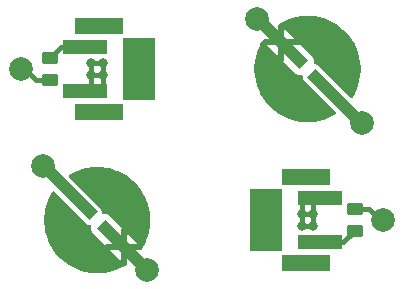
<source format=gbr>
%TF.GenerationSoftware,KiCad,Pcbnew,9.0.2*%
%TF.CreationDate,2025-08-01T19:14:33+01:00*%
%TF.ProjectId,led_jewellery,6c65645f-6a65-4776-956c-6c6572792e6b,rev?*%
%TF.SameCoordinates,Original*%
%TF.FileFunction,Copper,L1,Top*%
%TF.FilePolarity,Positive*%
%FSLAX46Y46*%
G04 Gerber Fmt 4.6, Leading zero omitted, Abs format (unit mm)*
G04 Created by KiCad (PCBNEW 9.0.2) date 2025-08-01 19:14:33*
%MOMM*%
%LPD*%
G01*
G04 APERTURE LIST*
G04 Aperture macros list*
%AMRoundRect*
0 Rectangle with rounded corners*
0 $1 Rounding radius*
0 $2 $3 $4 $5 $6 $7 $8 $9 X,Y pos of 4 corners*
0 Add a 4 corners polygon primitive as box body*
4,1,4,$2,$3,$4,$5,$6,$7,$8,$9,$2,$3,0*
0 Add four circle primitives for the rounded corners*
1,1,$1+$1,$2,$3*
1,1,$1+$1,$4,$5*
1,1,$1+$1,$6,$7*
1,1,$1+$1,$8,$9*
0 Add four rect primitives between the rounded corners*
20,1,$1+$1,$2,$3,$4,$5,0*
20,1,$1+$1,$4,$5,$6,$7,0*
20,1,$1+$1,$6,$7,$8,$9,0*
20,1,$1+$1,$8,$9,$2,$3,0*%
%AMRotRect*
0 Rectangle, with rotation*
0 The origin of the aperture is its center*
0 $1 length*
0 $2 width*
0 $3 Rotation angle, in degrees counterclockwise*
0 Add horizontal line*
21,1,$1,$2,0,0,$3*%
G04 Aperture macros list end*
%TA.AperFunction,SMDPad,CuDef*%
%ADD10R,3.760000X1.205000*%
%TD*%
%TA.AperFunction,SMDPad,CuDef*%
%ADD11R,4.190000X1.460000*%
%TD*%
%TA.AperFunction,SMDPad,CuDef*%
%ADD12R,2.790000X5.330000*%
%TD*%
%TA.AperFunction,SMDPad,CuDef*%
%ADD13RotRect,5.500000X1.000000X315.000000*%
%TD*%
%TA.AperFunction,SMDPad,CuDef*%
%ADD14RoundRect,0.250000X0.450000X-0.262500X0.450000X0.262500X-0.450000X0.262500X-0.450000X-0.262500X0*%
%TD*%
%TA.AperFunction,SMDPad,CuDef*%
%ADD15RoundRect,0.250000X-0.450000X0.262500X-0.450000X-0.262500X0.450000X-0.262500X0.450000X0.262500X0*%
%TD*%
%TA.AperFunction,SMDPad,CuDef*%
%ADD16RotRect,5.500000X1.000000X135.000000*%
%TD*%
%TA.AperFunction,ViaPad*%
%ADD17C,2.000000*%
%TD*%
%TA.AperFunction,ViaPad*%
%ADD18C,0.800000*%
%TD*%
%TA.AperFunction,Conductor*%
%ADD19C,0.400000*%
%TD*%
%TA.AperFunction,Conductor*%
%ADD20C,0.200000*%
%TD*%
G04 APERTURE END LIST*
D10*
%TO.P,SW1,1,A*%
%TO.N,/BAT+*%
X118552933Y-89326184D03*
%TO.P,SW1,2,B*%
%TO.N,Net-(SW1-B)*%
X118552933Y-93071184D03*
D11*
%TO.P,SW1,MP*%
%TO.N,N/C*%
X117372933Y-87548684D03*
D12*
X113957933Y-91198684D03*
D11*
X117372933Y-94848684D03*
%TD*%
D13*
%TO.P,D1,1,K*%
%TO.N,/BAT-*%
X115234991Y-76136042D03*
%TO.P,D1,2,A*%
%TO.N,/LED+*%
X119760475Y-80661526D03*
%TD*%
D14*
%TO.P,R1,1*%
%TO.N,Net-(SW1-B)*%
X121497933Y-92111184D03*
%TO.P,R1,2*%
%TO.N,/LED+*%
X121497933Y-90286184D03*
%TD*%
D15*
%TO.P,R1,1*%
%TO.N,Net-(SW1-B)*%
X95700101Y-77487500D03*
%TO.P,R1,2*%
%TO.N,/LED+*%
X95700101Y-79312500D03*
%TD*%
D16*
%TO.P,D1,1,K*%
%TO.N,/BAT-*%
X101963043Y-93462642D03*
%TO.P,D1,2,A*%
%TO.N,/LED+*%
X97437559Y-88937158D03*
%TD*%
D10*
%TO.P,SW1,1,A*%
%TO.N,/BAT+*%
X98645101Y-80272500D03*
%TO.P,SW1,2,B*%
%TO.N,Net-(SW1-B)*%
X98645101Y-76527500D03*
D11*
%TO.P,SW1,MP*%
%TO.N,N/C*%
X99825101Y-82050000D03*
D12*
X103240101Y-78400000D03*
D11*
X99825101Y-74750000D03*
%TD*%
D17*
%TO.N,/LED+*%
X93273101Y-78410755D03*
D18*
%TO.N,/BAT+*%
X117997933Y-90698684D03*
X117997933Y-91698684D03*
X116997933Y-91698684D03*
X116997933Y-90698684D03*
%TO.N,/BAT-*%
X119972607Y-75923910D03*
X115022859Y-80873658D03*
D17*
X113255093Y-74156143D03*
%TO.N,/LED+*%
X123924933Y-91198684D03*
X122110898Y-83011948D03*
X95087136Y-86586736D03*
%TO.N,/BAT-*%
X103942941Y-95442541D03*
D18*
X102175175Y-88725026D03*
X97225427Y-93674774D03*
%TO.N,/BAT+*%
X100200101Y-78900000D03*
X100200101Y-77900000D03*
X99200101Y-77900000D03*
X99200101Y-78900000D03*
%TD*%
D19*
%TO.N,/BAT+*%
X117997933Y-90698684D02*
X116997933Y-90698684D01*
X116997933Y-90698684D02*
X116997933Y-91698684D01*
X118747933Y-89448684D02*
X116997933Y-89448684D01*
X118997933Y-89698684D02*
X118747933Y-89448684D01*
X117997933Y-89698684D02*
X117997933Y-90698684D01*
X118552933Y-89326184D02*
X118370433Y-89326184D01*
X118370433Y-89326184D02*
X117997933Y-89698684D01*
X116997933Y-91698684D02*
X117997933Y-91698684D01*
X116997933Y-89448684D02*
X116997933Y-90698684D01*
X117997933Y-91698684D02*
X117997933Y-90698684D01*
%TO.N,/LED+*%
X123597933Y-91198684D02*
X123924933Y-91198684D01*
%TO.N,Net-(SW1-B)*%
X120537933Y-93071184D02*
X121497933Y-92111184D01*
%TO.N,/LED+*%
X122685433Y-90286184D02*
X123597933Y-91198684D01*
%TO.N,Net-(SW1-B)*%
X118552933Y-93071184D02*
X120537933Y-93071184D01*
D20*
%TO.N,/LED+*%
X118911947Y-79812997D02*
X120679714Y-81580764D01*
D19*
X121497933Y-90286184D02*
X122685433Y-90286184D01*
X95700101Y-79312500D02*
X94512601Y-79312500D01*
D20*
X98286087Y-89785687D02*
X96518320Y-88017920D01*
D19*
%TO.N,Net-(SW1-B)*%
X98645101Y-76527500D02*
X96660101Y-76527500D01*
%TO.N,/LED+*%
X94512601Y-79312500D02*
X93600101Y-78400000D01*
%TO.N,Net-(SW1-B)*%
X96660101Y-76527500D02*
X95700101Y-77487500D01*
%TO.N,/LED+*%
X93600101Y-78400000D02*
X93273101Y-78400000D01*
%TO.N,/BAT+*%
X99200101Y-77900000D02*
X99200101Y-78900000D01*
X100200101Y-80150000D02*
X100200101Y-78900000D01*
X100200101Y-77900000D02*
X99200101Y-77900000D01*
X98827601Y-80272500D02*
X99200101Y-79900000D01*
X98645101Y-80272500D02*
X98827601Y-80272500D01*
X99200101Y-79900000D02*
X99200101Y-78900000D01*
X98200101Y-79900000D02*
X98450101Y-80150000D01*
X98450101Y-80150000D02*
X100200101Y-80150000D01*
X100200101Y-78900000D02*
X100200101Y-77900000D01*
X99200101Y-78900000D02*
X100200101Y-78900000D01*
%TD*%
%TA.AperFunction,Conductor*%
%TO.N,/BAT-*%
G36*
X99901982Y-86704654D02*
G01*
X100282282Y-86737927D01*
X100292997Y-86739338D01*
X100668959Y-86805629D01*
X100679487Y-86807963D01*
X101048266Y-86906777D01*
X101058546Y-86910019D01*
X101417296Y-87040593D01*
X101427283Y-87044731D01*
X101773268Y-87206066D01*
X101782858Y-87211059D01*
X102113460Y-87401932D01*
X102122583Y-87407744D01*
X102435284Y-87626699D01*
X102443867Y-87633284D01*
X102736317Y-87878678D01*
X102744292Y-87885987D01*
X103014213Y-88155908D01*
X103021522Y-88163883D01*
X103266916Y-88456333D01*
X103273501Y-88464916D01*
X103492456Y-88777617D01*
X103498268Y-88786740D01*
X103689141Y-89117342D01*
X103694136Y-89126937D01*
X103855468Y-89472914D01*
X103859608Y-89482908D01*
X103990175Y-89841635D01*
X103993428Y-89851952D01*
X104092233Y-90220696D01*
X104094574Y-90231258D01*
X104160861Y-90607199D01*
X104162273Y-90617923D01*
X104195546Y-90998218D01*
X104196018Y-91009026D01*
X104196018Y-91390773D01*
X104195546Y-91401581D01*
X104162273Y-91781876D01*
X104160861Y-91792600D01*
X104094574Y-92168541D01*
X104092233Y-92179103D01*
X103993428Y-92547847D01*
X103990175Y-92558164D01*
X103859608Y-92916891D01*
X103855468Y-92926885D01*
X103694136Y-93272863D01*
X103689141Y-93282458D01*
X103561104Y-93504224D01*
X103561104Y-93504226D01*
X103495562Y-93617749D01*
X103429118Y-93712641D01*
X102213042Y-93712641D01*
X102213042Y-94928717D01*
X102118149Y-94995162D01*
X102004628Y-95060703D01*
X102004626Y-95060703D01*
X101782858Y-95188741D01*
X101773263Y-95193736D01*
X101427286Y-95355068D01*
X101417292Y-95359208D01*
X101058562Y-95489776D01*
X101048244Y-95493029D01*
X100679505Y-95591831D01*
X100668944Y-95594172D01*
X100293000Y-95660461D01*
X100282276Y-95661873D01*
X99938180Y-95691978D01*
X99901982Y-95695145D01*
X99891176Y-95695617D01*
X99509426Y-95695617D01*
X99498619Y-95695145D01*
X99458576Y-95691641D01*
X99118325Y-95661873D01*
X99107601Y-95660461D01*
X98731657Y-95594172D01*
X98721096Y-95591831D01*
X98352357Y-95493029D01*
X98342039Y-95489776D01*
X97983309Y-95359208D01*
X97973315Y-95355068D01*
X97627337Y-95193736D01*
X97617742Y-95188741D01*
X97287146Y-94997872D01*
X97278022Y-94992060D01*
X96965303Y-94773091D01*
X96956721Y-94766505D01*
X96664290Y-94521126D01*
X96656315Y-94513818D01*
X96386382Y-94243885D01*
X96379074Y-94235910D01*
X96133695Y-93943479D01*
X96127109Y-93934897D01*
X95971484Y-93712641D01*
X100798827Y-93712641D01*
X101713043Y-94626857D01*
X101713044Y-94626856D01*
X101713044Y-93712641D01*
X100798827Y-93712641D01*
X95971484Y-93712641D01*
X95908140Y-93622177D01*
X95902328Y-93613054D01*
X95888233Y-93588641D01*
X95711457Y-93282454D01*
X95706464Y-93272863D01*
X95704944Y-93269604D01*
X95545131Y-92926882D01*
X95540992Y-92916891D01*
X95410418Y-92558144D01*
X95407176Y-92547860D01*
X95308368Y-92179103D01*
X95306028Y-92168543D01*
X95301832Y-92144749D01*
X95239739Y-91792599D01*
X95238327Y-91781874D01*
X95205056Y-91401582D01*
X95204584Y-91390775D01*
X95204584Y-91009024D01*
X95205056Y-90998217D01*
X95238327Y-90617925D01*
X95239739Y-90607200D01*
X95239739Y-90607199D01*
X95306029Y-90231249D01*
X95308369Y-90220695D01*
X95407178Y-89851932D01*
X95410416Y-89841661D01*
X95540996Y-89482896D01*
X95545127Y-89472925D01*
X95706471Y-89126923D01*
X95711451Y-89117355D01*
X95888158Y-88811289D01*
X95938723Y-88763077D01*
X96007330Y-88749853D01*
X96072194Y-88775821D01*
X96083224Y-88785611D01*
X98804221Y-91506609D01*
X98804227Y-91506614D01*
X98859423Y-91547772D01*
X98941785Y-91576046D01*
X98970060Y-91585754D01*
X99057805Y-91585754D01*
X99124844Y-91605439D01*
X99170599Y-91658243D01*
X99180543Y-91727400D01*
X99159804Y-91871651D01*
X99180264Y-92013965D01*
X99180265Y-92013970D01*
X99239991Y-92144749D01*
X99277571Y-92191384D01*
X99277575Y-92191388D01*
X100364981Y-93278795D01*
X100384320Y-93270784D01*
X100384667Y-93269604D01*
X100437471Y-93223849D01*
X100488982Y-93212643D01*
X101713044Y-93212643D01*
X102213042Y-93212643D01*
X103127258Y-93212643D01*
X103127258Y-93212642D01*
X102213042Y-92298426D01*
X102213042Y-93212643D01*
X101713044Y-93212643D01*
X101713044Y-91988581D01*
X101732729Y-91921542D01*
X101768407Y-91890626D01*
X101779196Y-91864580D01*
X100691789Y-90777174D01*
X100691785Y-90777170D01*
X100645150Y-90739590D01*
X100514371Y-90679864D01*
X100514366Y-90679863D01*
X100372053Y-90659403D01*
X100227801Y-90680142D01*
X100158643Y-90670198D01*
X100105839Y-90624443D01*
X100086155Y-90557404D01*
X100086155Y-90469658D01*
X100070692Y-90424619D01*
X100048173Y-90359022D01*
X100007015Y-90303826D01*
X100007010Y-90303820D01*
X97286013Y-87582824D01*
X97252528Y-87521501D01*
X97257512Y-87451809D01*
X97299384Y-87395876D01*
X97311694Y-87387756D01*
X97617755Y-87211051D01*
X97627322Y-87206071D01*
X97973325Y-87044727D01*
X97983297Y-87040596D01*
X98342061Y-86910016D01*
X98352328Y-86906779D01*
X98721119Y-86807962D01*
X98731637Y-86805630D01*
X99107607Y-86739338D01*
X99118319Y-86737927D01*
X99411182Y-86712304D01*
X99498620Y-86704655D01*
X99509427Y-86704183D01*
X99891175Y-86704183D01*
X99901982Y-86704654D01*
G37*
%TD.AperFunction*%
%TD*%
%TA.AperFunction,Conductor*%
%TO.N,/BAT-*%
G36*
X117699415Y-73903539D02*
G01*
X118079708Y-73936810D01*
X118090432Y-73938222D01*
X118466378Y-74004511D01*
X118476936Y-74006851D01*
X118845693Y-74105659D01*
X118855977Y-74108901D01*
X119214728Y-74239476D01*
X119224715Y-74243614D01*
X119570701Y-74404949D01*
X119580287Y-74409940D01*
X119910892Y-74600814D01*
X119920011Y-74606623D01*
X120232730Y-74825592D01*
X120241312Y-74832178D01*
X120533743Y-75077557D01*
X120541718Y-75084865D01*
X120811651Y-75354798D01*
X120818959Y-75362773D01*
X121064338Y-75655204D01*
X121070924Y-75663786D01*
X121289893Y-75976505D01*
X121295705Y-75985629D01*
X121486574Y-76316225D01*
X121491569Y-76325820D01*
X121652901Y-76671798D01*
X121657041Y-76681792D01*
X121787609Y-77040522D01*
X121790862Y-77050840D01*
X121889664Y-77419579D01*
X121892005Y-77430140D01*
X121958294Y-77806084D01*
X121959706Y-77816808D01*
X121992978Y-78197100D01*
X121993450Y-78207908D01*
X121993450Y-78589659D01*
X121992978Y-78600467D01*
X121959706Y-78980759D01*
X121958294Y-78991483D01*
X121892005Y-79367427D01*
X121889664Y-79377988D01*
X121790862Y-79746727D01*
X121787609Y-79757045D01*
X121657041Y-80115775D01*
X121652901Y-80125769D01*
X121491569Y-80471746D01*
X121486574Y-80481341D01*
X121309877Y-80787391D01*
X121259310Y-80835606D01*
X121190703Y-80848830D01*
X121125839Y-80822862D01*
X121114809Y-80813072D01*
X118393812Y-78092074D01*
X118393806Y-78092069D01*
X118338613Y-78050913D01*
X118338611Y-78050912D01*
X118283292Y-78031921D01*
X118227974Y-78012930D01*
X118227973Y-78012930D01*
X118140229Y-78012930D01*
X118073190Y-77993245D01*
X118027435Y-77940441D01*
X118017491Y-77871284D01*
X118038229Y-77727032D01*
X118017769Y-77584718D01*
X118017768Y-77584713D01*
X117958042Y-77453934D01*
X117920462Y-77407299D01*
X117920458Y-77407295D01*
X116833052Y-76319888D01*
X116813713Y-76327899D01*
X116813367Y-76329080D01*
X116760563Y-76374835D01*
X116709052Y-76386041D01*
X115484990Y-76386041D01*
X115484990Y-77610103D01*
X115465305Y-77677142D01*
X115429626Y-77708057D01*
X115418837Y-77734103D01*
X116506244Y-78821509D01*
X116506248Y-78821513D01*
X116552883Y-78859093D01*
X116683662Y-78918819D01*
X116683667Y-78918820D01*
X116825980Y-78939280D01*
X116970232Y-78918541D01*
X117039391Y-78928485D01*
X117092195Y-78974240D01*
X117111879Y-79041279D01*
X117111879Y-79129025D01*
X117149861Y-79239661D01*
X117149862Y-79239664D01*
X117191018Y-79294857D01*
X117191023Y-79294863D01*
X119912020Y-82015859D01*
X119945505Y-82077182D01*
X119940521Y-82146874D01*
X119898649Y-82202807D01*
X119886339Y-82210927D01*
X119580291Y-82387624D01*
X119570696Y-82392619D01*
X119224718Y-82553951D01*
X119214724Y-82558091D01*
X118855997Y-82688658D01*
X118845680Y-82691911D01*
X118476936Y-82790716D01*
X118466374Y-82793057D01*
X118090433Y-82859344D01*
X118079709Y-82860756D01*
X117699415Y-82894029D01*
X117688607Y-82894501D01*
X117306859Y-82894501D01*
X117296051Y-82894029D01*
X116915756Y-82860756D01*
X116905032Y-82859344D01*
X116529091Y-82793057D01*
X116518529Y-82790716D01*
X116149781Y-82691909D01*
X116139473Y-82688659D01*
X116007642Y-82640677D01*
X115780741Y-82558091D01*
X115770747Y-82553951D01*
X115424770Y-82392619D01*
X115415175Y-82387624D01*
X115084573Y-82196751D01*
X115075450Y-82190939D01*
X114762749Y-81971984D01*
X114754166Y-81965399D01*
X114461716Y-81720005D01*
X114453741Y-81712696D01*
X114183820Y-81442775D01*
X114176511Y-81434800D01*
X113931117Y-81142350D01*
X113924532Y-81133767D01*
X113705577Y-80821066D01*
X113699765Y-80811943D01*
X113508892Y-80481341D01*
X113503897Y-80471746D01*
X113342565Y-80125769D01*
X113338425Y-80115775D01*
X113207852Y-79757029D01*
X113204610Y-79746749D01*
X113105796Y-79377970D01*
X113103462Y-79367442D01*
X113037171Y-78991480D01*
X113035760Y-78980759D01*
X113025115Y-78859093D01*
X113002488Y-78600464D01*
X113002016Y-78589657D01*
X113002016Y-78207910D01*
X113002488Y-78197103D01*
X113035760Y-77816808D01*
X113037172Y-77806083D01*
X113051111Y-77727032D01*
X113103463Y-77430120D01*
X113105795Y-77419602D01*
X113204612Y-77050811D01*
X113207849Y-77040544D01*
X113338429Y-76681780D01*
X113342560Y-76671808D01*
X113475815Y-76386041D01*
X114070775Y-76386041D01*
X114984991Y-77300257D01*
X114984992Y-77300256D01*
X114984992Y-76386041D01*
X114070775Y-76386041D01*
X113475815Y-76386041D01*
X113503912Y-76325787D01*
X113508879Y-76316247D01*
X113702472Y-75980935D01*
X113768916Y-75886043D01*
X114984992Y-75886043D01*
X115484990Y-75886043D01*
X116399206Y-75886043D01*
X116399206Y-75886042D01*
X115484990Y-74971826D01*
X115484990Y-75886043D01*
X114984992Y-75886043D01*
X114984992Y-74669966D01*
X115079885Y-74603522D01*
X115415188Y-74409934D01*
X115424756Y-74404954D01*
X115770758Y-74243610D01*
X115780729Y-74239479D01*
X116139494Y-74108899D01*
X116149765Y-74105661D01*
X116518534Y-74006850D01*
X116529082Y-74004512D01*
X116905036Y-73938221D01*
X116915754Y-73936810D01*
X117296051Y-73903539D01*
X117306858Y-73903067D01*
X117688608Y-73903067D01*
X117699415Y-73903539D01*
G37*
%TD.AperFunction*%
%TD*%
M02*

</source>
